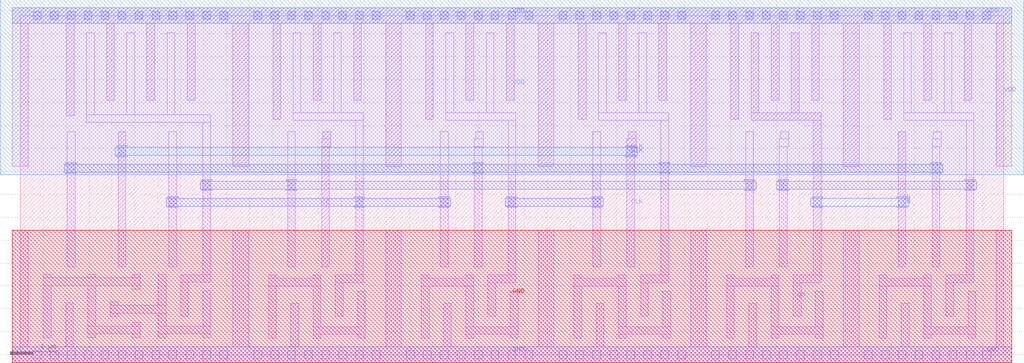
<source format=lef>
VERSION 5.7 ;
  NOWIREEXTENSIONATPIN ON ;
  DIVIDERCHAR "/" ;
  BUSBITCHARS "[]" ;
MACRO DFFQNX1
  CLASS CORE ;
  FOREIGN DFFQNX1 ;
  ORIGIN 0.000 0.000 ;
  SIZE 21.460 BY 7.400 ;
  SYMMETRY X Y R90 ;
  SITE unitrh ;
  PIN QN
    DIRECTION OUTPUT ;
    USE SIGNAL ;
    ANTENNAGATEAREA 1.033250 ;
    ANTENNADIFFAREA 1.351900 ;
    PORT
      LAYER li1 ;
        RECT 15.945 5.285 16.115 7.020 ;
        RECT 16.825 5.285 16.995 7.020 ;
        RECT 15.945 5.115 17.475 5.285 ;
        RECT 17.305 1.740 17.475 5.115 ;
        RECT 19.155 1.915 19.325 4.865 ;
        RECT 16.865 1.570 17.475 1.740 ;
        RECT 16.865 0.835 17.035 1.570 ;
      LAYER mcon ;
        RECT 17.305 3.245 17.475 3.415 ;
        RECT 19.155 3.245 19.325 3.415 ;
      LAYER met1 ;
        RECT 17.275 3.415 17.505 3.445 ;
        RECT 19.125 3.415 19.355 3.445 ;
        RECT 17.245 3.245 19.385 3.415 ;
        RECT 17.275 3.215 17.505 3.245 ;
        RECT 19.125 3.215 19.355 3.245 ;
    END
  END QN
  PIN D
    DIRECTION INPUT ;
    USE SIGNAL ;
    ANTENNAGATEAREA 1.027250 ;
    PORT
      LAYER li1 ;
        RECT 6.605 4.710 6.775 4.865 ;
        RECT 6.575 4.535 6.775 4.710 ;
        RECT 6.575 1.915 6.745 4.535 ;
    END
  END D
  PIN CLK
    DIRECTION INPUT ;
    USE SIGNAL ;
    ANTENNAGATEAREA 2.042100 ;
    PORT
      LAYER li1 ;
        RECT 2.135 1.915 2.305 4.865 ;
        RECT 13.265 4.710 13.435 4.865 ;
        RECT 13.235 4.535 13.435 4.710 ;
        RECT 13.235 1.915 13.405 4.535 ;
      LAYER mcon ;
        RECT 2.135 4.355 2.305 4.525 ;
        RECT 13.235 4.355 13.405 4.525 ;
      LAYER met1 ;
        RECT 2.105 4.525 2.335 4.555 ;
        RECT 13.205 4.525 13.435 4.555 ;
        RECT 2.075 4.355 13.465 4.525 ;
        RECT 2.105 4.325 2.335 4.355 ;
        RECT 13.205 4.325 13.435 4.355 ;
    END
  END CLK
  PIN VDD
    DIRECTION INOUT ;
    USE POWER ;
    SHAPE ABUTMENT ;
    PORT
      LAYER nwell ;
        RECT -0.435 3.930 21.895 7.750 ;
      LAYER li1 ;
        RECT -0.170 7.230 21.630 7.570 ;
        RECT -0.170 4.110 0.170 7.230 ;
        RECT 1.005 5.215 1.175 7.230 ;
        RECT 1.885 5.555 2.055 7.230 ;
        RECT 2.765 5.555 2.935 7.230 ;
        RECT 3.645 5.555 3.815 7.230 ;
        RECT 4.640 4.110 4.980 7.230 ;
        RECT 5.515 5.135 5.685 7.230 ;
        RECT 6.395 5.555 6.565 7.230 ;
        RECT 7.275 5.555 7.445 7.230 ;
        RECT 7.970 4.110 8.310 7.230 ;
        RECT 8.845 5.135 9.015 7.230 ;
        RECT 9.725 5.555 9.895 7.230 ;
        RECT 10.605 5.555 10.775 7.230 ;
        RECT 11.300 4.110 11.640 7.230 ;
        RECT 12.175 5.135 12.345 7.230 ;
        RECT 13.055 5.555 13.225 7.230 ;
        RECT 13.935 5.555 14.105 7.230 ;
        RECT 14.630 4.110 14.970 7.230 ;
        RECT 15.505 5.135 15.675 7.230 ;
        RECT 16.385 5.555 16.555 7.230 ;
        RECT 17.265 5.555 17.435 7.230 ;
        RECT 17.960 4.110 18.300 7.230 ;
        RECT 18.835 5.135 19.005 7.230 ;
        RECT 19.715 5.555 19.885 7.230 ;
        RECT 20.595 5.555 20.765 7.230 ;
        RECT 21.290 4.110 21.630 7.230 ;
      LAYER mcon ;
        RECT 0.285 7.315 0.455 7.485 ;
        RECT 0.655 7.315 0.825 7.485 ;
        RECT 1.025 7.315 1.195 7.485 ;
        RECT 1.395 7.315 1.565 7.485 ;
        RECT 1.765 7.315 1.935 7.485 ;
        RECT 2.135 7.315 2.305 7.485 ;
        RECT 2.505 7.315 2.675 7.485 ;
        RECT 2.875 7.315 3.045 7.485 ;
        RECT 3.245 7.315 3.415 7.485 ;
        RECT 3.615 7.315 3.785 7.485 ;
        RECT 3.985 7.315 4.155 7.485 ;
        RECT 4.355 7.315 4.525 7.485 ;
        RECT 5.095 7.315 5.265 7.485 ;
        RECT 5.465 7.315 5.635 7.485 ;
        RECT 5.835 7.315 6.005 7.485 ;
        RECT 6.205 7.315 6.375 7.485 ;
        RECT 6.575 7.315 6.745 7.485 ;
        RECT 6.945 7.315 7.115 7.485 ;
        RECT 7.315 7.315 7.485 7.485 ;
        RECT 7.685 7.315 7.855 7.485 ;
        RECT 8.425 7.315 8.595 7.485 ;
        RECT 8.795 7.315 8.965 7.485 ;
        RECT 9.165 7.315 9.335 7.485 ;
        RECT 9.535 7.315 9.705 7.485 ;
        RECT 9.905 7.315 10.075 7.485 ;
        RECT 10.275 7.315 10.445 7.485 ;
        RECT 10.645 7.315 10.815 7.485 ;
        RECT 11.015 7.315 11.185 7.485 ;
        RECT 11.755 7.315 11.925 7.485 ;
        RECT 12.125 7.315 12.295 7.485 ;
        RECT 12.495 7.315 12.665 7.485 ;
        RECT 12.865 7.315 13.035 7.485 ;
        RECT 13.235 7.315 13.405 7.485 ;
        RECT 13.605 7.315 13.775 7.485 ;
        RECT 13.975 7.315 14.145 7.485 ;
        RECT 14.345 7.315 14.515 7.485 ;
        RECT 15.085 7.315 15.255 7.485 ;
        RECT 15.455 7.315 15.625 7.485 ;
        RECT 15.825 7.315 15.995 7.485 ;
        RECT 16.195 7.315 16.365 7.485 ;
        RECT 16.565 7.315 16.735 7.485 ;
        RECT 16.935 7.315 17.105 7.485 ;
        RECT 17.305 7.315 17.475 7.485 ;
        RECT 17.675 7.315 17.845 7.485 ;
        RECT 18.415 7.315 18.585 7.485 ;
        RECT 18.785 7.315 18.955 7.485 ;
        RECT 19.155 7.315 19.325 7.485 ;
        RECT 19.525 7.315 19.695 7.485 ;
        RECT 19.895 7.315 20.065 7.485 ;
        RECT 20.265 7.315 20.435 7.485 ;
        RECT 20.635 7.315 20.805 7.485 ;
        RECT 21.005 7.315 21.175 7.485 ;
      LAYER met1 ;
        RECT -0.170 7.230 21.630 7.570 ;
    END
  END VDD
  PIN GND
    DIRECTION INOUT ;
    USE GROUND ;
    SHAPE ABUTMENT ;
    PORT
      LAYER pwell ;
        RECT -0.170 -0.170 21.630 2.720 ;
      LAYER li1 ;
        RECT -0.170 0.170 0.170 2.720 ;
        RECT 0.990 0.170 1.160 1.130 ;
        RECT 4.640 0.170 4.980 2.720 ;
        RECT 5.905 0.170 6.075 1.120 ;
        RECT 7.970 0.170 8.310 2.720 ;
        RECT 9.235 0.170 9.405 1.120 ;
        RECT 11.300 0.170 11.640 2.720 ;
        RECT 12.565 0.170 12.735 1.120 ;
        RECT 14.630 0.170 14.970 2.720 ;
        RECT 15.895 0.170 16.065 1.120 ;
        RECT 17.960 0.170 18.300 2.720 ;
        RECT 19.225 0.170 19.395 1.120 ;
        RECT 21.290 0.170 21.630 2.720 ;
        RECT -0.170 -0.170 21.630 0.170 ;
      LAYER mcon ;
        RECT 0.285 -0.085 0.455 0.085 ;
        RECT 0.655 -0.085 0.825 0.085 ;
        RECT 1.025 -0.085 1.195 0.085 ;
        RECT 1.395 -0.085 1.565 0.085 ;
        RECT 1.765 -0.085 1.935 0.085 ;
        RECT 2.135 -0.085 2.305 0.085 ;
        RECT 2.505 -0.085 2.675 0.085 ;
        RECT 2.875 -0.085 3.045 0.085 ;
        RECT 3.245 -0.085 3.415 0.085 ;
        RECT 3.615 -0.085 3.785 0.085 ;
        RECT 3.985 -0.085 4.155 0.085 ;
        RECT 4.355 -0.085 4.525 0.085 ;
        RECT 5.095 -0.085 5.265 0.085 ;
        RECT 5.465 -0.085 5.635 0.085 ;
        RECT 5.835 -0.085 6.005 0.085 ;
        RECT 6.205 -0.085 6.375 0.085 ;
        RECT 6.575 -0.085 6.745 0.085 ;
        RECT 6.945 -0.085 7.115 0.085 ;
        RECT 7.315 -0.085 7.485 0.085 ;
        RECT 7.685 -0.085 7.855 0.085 ;
        RECT 8.425 -0.085 8.595 0.085 ;
        RECT 8.795 -0.085 8.965 0.085 ;
        RECT 9.165 -0.085 9.335 0.085 ;
        RECT 9.535 -0.085 9.705 0.085 ;
        RECT 9.905 -0.085 10.075 0.085 ;
        RECT 10.275 -0.085 10.445 0.085 ;
        RECT 10.645 -0.085 10.815 0.085 ;
        RECT 11.015 -0.085 11.185 0.085 ;
        RECT 11.755 -0.085 11.925 0.085 ;
        RECT 12.125 -0.085 12.295 0.085 ;
        RECT 12.495 -0.085 12.665 0.085 ;
        RECT 12.865 -0.085 13.035 0.085 ;
        RECT 13.235 -0.085 13.405 0.085 ;
        RECT 13.605 -0.085 13.775 0.085 ;
        RECT 13.975 -0.085 14.145 0.085 ;
        RECT 14.345 -0.085 14.515 0.085 ;
        RECT 15.085 -0.085 15.255 0.085 ;
        RECT 15.455 -0.085 15.625 0.085 ;
        RECT 15.825 -0.085 15.995 0.085 ;
        RECT 16.195 -0.085 16.365 0.085 ;
        RECT 16.565 -0.085 16.735 0.085 ;
        RECT 16.935 -0.085 17.105 0.085 ;
        RECT 17.305 -0.085 17.475 0.085 ;
        RECT 17.675 -0.085 17.845 0.085 ;
        RECT 18.415 -0.085 18.585 0.085 ;
        RECT 18.785 -0.085 18.955 0.085 ;
        RECT 19.155 -0.085 19.325 0.085 ;
        RECT 19.525 -0.085 19.695 0.085 ;
        RECT 19.895 -0.085 20.065 0.085 ;
        RECT 20.265 -0.085 20.435 0.085 ;
        RECT 20.635 -0.085 20.805 0.085 ;
        RECT 21.005 -0.085 21.175 0.085 ;
      LAYER met1 ;
        RECT -0.170 -0.170 21.630 0.170 ;
    END
  END GND
  OBS
      LAYER li1 ;
        RECT 1.445 5.240 1.615 7.020 ;
        RECT 2.325 5.240 2.495 7.020 ;
        RECT 3.205 5.240 3.375 7.020 ;
        RECT 5.955 5.285 6.125 7.020 ;
        RECT 6.835 5.285 7.005 7.020 ;
        RECT 9.285 5.285 9.455 7.020 ;
        RECT 10.165 5.285 10.335 7.020 ;
        RECT 12.615 5.285 12.785 7.020 ;
        RECT 13.495 5.285 13.665 7.020 ;
        RECT 19.275 5.285 19.445 7.020 ;
        RECT 20.155 5.285 20.325 7.020 ;
        RECT 1.445 5.070 4.155 5.240 ;
        RECT 5.955 5.115 7.485 5.285 ;
        RECT 9.285 5.115 10.815 5.285 ;
        RECT 12.615 5.115 14.145 5.285 ;
        RECT 19.275 5.115 20.805 5.285 ;
        RECT 1.025 1.915 1.195 4.865 ;
        RECT 3.245 1.915 3.415 4.865 ;
        RECT 0.505 1.675 0.675 1.755 ;
        RECT 1.475 1.675 1.645 1.755 ;
        RECT 2.445 1.675 2.615 1.755 ;
        RECT 0.505 1.505 2.615 1.675 ;
        RECT 0.505 0.375 0.675 1.505 ;
        RECT 1.475 0.625 1.645 1.505 ;
        RECT 2.445 1.425 2.615 1.505 ;
        RECT 1.965 1.080 2.135 1.160 ;
        RECT 3.015 1.080 3.185 1.755 ;
        RECT 3.985 1.750 4.155 5.070 ;
        RECT 5.835 1.915 6.005 4.865 ;
        RECT 1.965 0.910 3.185 1.080 ;
        RECT 1.965 0.830 2.135 0.910 ;
        RECT 2.445 0.625 2.615 0.705 ;
        RECT 1.475 0.455 2.615 0.625 ;
        RECT 1.475 0.375 1.645 0.455 ;
        RECT 2.445 0.375 2.615 0.455 ;
        RECT 3.015 0.625 3.185 0.910 ;
        RECT 3.500 1.580 4.155 1.750 ;
        RECT 5.420 1.665 5.590 1.745 ;
        RECT 6.390 1.665 6.560 1.745 ;
        RECT 7.315 1.740 7.485 5.115 ;
        RECT 9.165 1.915 9.335 4.865 ;
        RECT 9.935 4.710 10.105 4.865 ;
        RECT 9.905 4.535 10.105 4.710 ;
        RECT 9.905 1.915 10.075 4.535 ;
        RECT 3.500 0.845 3.670 1.580 ;
        RECT 5.420 1.495 6.560 1.665 ;
        RECT 3.985 0.625 4.155 1.395 ;
        RECT 3.015 0.455 4.155 0.625 ;
        RECT 3.015 0.375 3.185 0.455 ;
        RECT 3.985 0.375 4.155 0.455 ;
        RECT 5.420 0.365 5.590 1.495 ;
        RECT 6.390 0.615 6.560 1.495 ;
        RECT 6.875 1.570 7.485 1.740 ;
        RECT 8.750 1.665 8.920 1.745 ;
        RECT 9.720 1.665 9.890 1.745 ;
        RECT 10.645 1.740 10.815 5.115 ;
        RECT 12.495 1.915 12.665 4.865 ;
        RECT 6.875 0.835 7.045 1.570 ;
        RECT 8.750 1.495 9.890 1.665 ;
        RECT 7.360 0.615 7.530 1.385 ;
        RECT 6.390 0.445 7.530 0.615 ;
        RECT 6.390 0.365 6.560 0.445 ;
        RECT 7.360 0.365 7.530 0.445 ;
        RECT 8.750 0.365 8.920 1.495 ;
        RECT 9.720 0.615 9.890 1.495 ;
        RECT 10.205 1.570 10.815 1.740 ;
        RECT 12.080 1.665 12.250 1.745 ;
        RECT 13.050 1.665 13.220 1.745 ;
        RECT 13.975 1.740 14.145 5.115 ;
        RECT 15.825 1.915 15.995 4.865 ;
        RECT 16.595 4.710 16.765 4.865 ;
        RECT 19.925 4.710 20.095 4.865 ;
        RECT 16.565 4.535 16.765 4.710 ;
        RECT 19.895 4.535 20.095 4.710 ;
        RECT 16.565 1.915 16.735 4.535 ;
        RECT 19.895 1.915 20.065 4.535 ;
        RECT 10.205 0.835 10.375 1.570 ;
        RECT 12.080 1.495 13.220 1.665 ;
        RECT 10.690 0.615 10.860 1.385 ;
        RECT 9.720 0.445 10.860 0.615 ;
        RECT 9.720 0.365 9.890 0.445 ;
        RECT 10.690 0.365 10.860 0.445 ;
        RECT 12.080 0.365 12.250 1.495 ;
        RECT 13.050 0.615 13.220 1.495 ;
        RECT 13.535 1.570 14.145 1.740 ;
        RECT 15.410 1.665 15.580 1.745 ;
        RECT 16.380 1.665 16.550 1.745 ;
        RECT 13.535 0.835 13.705 1.570 ;
        RECT 15.410 1.495 16.550 1.665 ;
        RECT 14.020 0.615 14.190 1.385 ;
        RECT 13.050 0.445 14.190 0.615 ;
        RECT 13.050 0.365 13.220 0.445 ;
        RECT 14.020 0.365 14.190 0.445 ;
        RECT 15.410 0.365 15.580 1.495 ;
        RECT 16.380 0.615 16.550 1.495 ;
        RECT 18.740 1.665 18.910 1.745 ;
        RECT 19.710 1.665 19.880 1.745 ;
        RECT 20.635 1.740 20.805 5.115 ;
        RECT 18.740 1.495 19.880 1.665 ;
        RECT 17.350 0.615 17.520 1.385 ;
        RECT 16.380 0.445 17.520 0.615 ;
        RECT 16.380 0.365 16.550 0.445 ;
        RECT 17.350 0.365 17.520 0.445 ;
        RECT 18.740 0.365 18.910 1.495 ;
        RECT 19.710 0.615 19.880 1.495 ;
        RECT 20.195 1.570 20.805 1.740 ;
        RECT 20.195 0.835 20.365 1.570 ;
        RECT 20.680 0.615 20.850 1.385 ;
        RECT 19.710 0.445 20.850 0.615 ;
        RECT 19.710 0.365 19.880 0.445 ;
        RECT 20.680 0.365 20.850 0.445 ;
      LAYER mcon ;
        RECT 1.025 3.985 1.195 4.155 ;
        RECT 3.245 3.245 3.415 3.415 ;
        RECT 3.985 3.615 4.155 3.785 ;
        RECT 5.835 3.615 6.005 3.785 ;
        RECT 7.315 3.245 7.485 3.415 ;
        RECT 9.165 3.245 9.335 3.415 ;
        RECT 9.905 3.985 10.075 4.155 ;
        RECT 10.645 3.245 10.815 3.415 ;
        RECT 12.495 3.245 12.665 3.415 ;
        RECT 13.975 3.985 14.145 4.155 ;
        RECT 15.825 3.615 15.995 3.785 ;
        RECT 16.565 3.615 16.735 3.785 ;
        RECT 19.895 3.985 20.065 4.155 ;
        RECT 20.635 3.615 20.805 3.785 ;
      LAYER met1 ;
        RECT 0.995 4.155 1.225 4.185 ;
        RECT 9.875 4.155 10.105 4.185 ;
        RECT 13.945 4.155 14.175 4.185 ;
        RECT 19.865 4.155 20.095 4.185 ;
        RECT 0.965 3.985 20.125 4.155 ;
        RECT 0.995 3.955 1.225 3.985 ;
        RECT 9.875 3.955 10.105 3.985 ;
        RECT 13.945 3.955 14.175 3.985 ;
        RECT 19.865 3.955 20.095 3.985 ;
        RECT 3.955 3.785 4.185 3.815 ;
        RECT 5.805 3.785 6.035 3.815 ;
        RECT 15.795 3.785 16.025 3.815 ;
        RECT 16.535 3.785 16.765 3.815 ;
        RECT 20.605 3.785 20.835 3.815 ;
        RECT 3.925 3.615 16.055 3.785 ;
        RECT 16.505 3.615 20.865 3.785 ;
        RECT 3.955 3.585 4.185 3.615 ;
        RECT 5.805 3.585 6.035 3.615 ;
        RECT 15.795 3.585 16.025 3.615 ;
        RECT 16.535 3.585 16.765 3.615 ;
        RECT 20.605 3.585 20.835 3.615 ;
        RECT 3.215 3.415 3.445 3.445 ;
        RECT 7.285 3.415 7.515 3.445 ;
        RECT 9.135 3.415 9.365 3.445 ;
        RECT 10.615 3.415 10.845 3.445 ;
        RECT 12.465 3.415 12.695 3.445 ;
        RECT 3.185 3.245 9.395 3.415 ;
        RECT 10.585 3.245 12.725 3.415 ;
        RECT 3.215 3.215 3.445 3.245 ;
        RECT 7.285 3.215 7.515 3.245 ;
        RECT 9.135 3.215 9.365 3.245 ;
        RECT 10.615 3.215 10.845 3.245 ;
        RECT 12.465 3.215 12.695 3.245 ;
  END
END DFFQNX1
END LIBRARY


</source>
